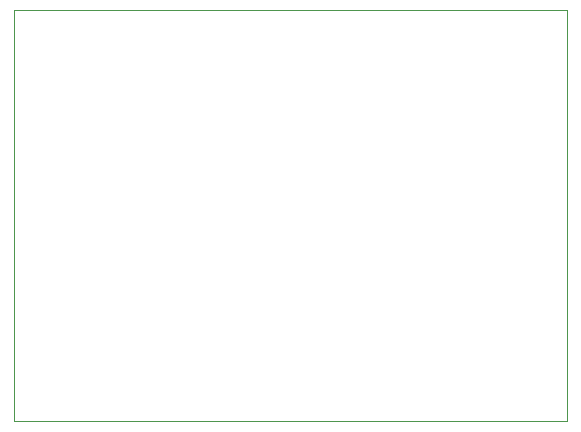
<source format=gbr>
G04 #@! TF.GenerationSoftware,KiCad,Pcbnew,(5.1.5)-3*
G04 #@! TF.CreationDate,2020-05-11T12:36:13-04:00*
G04 #@! TF.ProjectId,SmartWatch V4,536d6172-7457-4617-9463-682056342e6b,rev?*
G04 #@! TF.SameCoordinates,Original*
G04 #@! TF.FileFunction,Profile,NP*
%FSLAX46Y46*%
G04 Gerber Fmt 4.6, Leading zero omitted, Abs format (unit mm)*
G04 Created by KiCad (PCBNEW (5.1.5)-3) date 2020-05-11 12:36:13*
%MOMM*%
%LPD*%
G04 APERTURE LIST*
%ADD10C,0.050000*%
G04 APERTURE END LIST*
D10*
X123200000Y-97200000D02*
X170000000Y-97200000D01*
X128200000Y-62400000D02*
X133400000Y-62400000D01*
X170000000Y-62400000D02*
X170000000Y-97200000D01*
X133400000Y-62400000D02*
X170000000Y-62400000D01*
X123200000Y-62400000D02*
X128200000Y-62400000D01*
X123200000Y-62400000D02*
X123200000Y-97200000D01*
M02*

</source>
